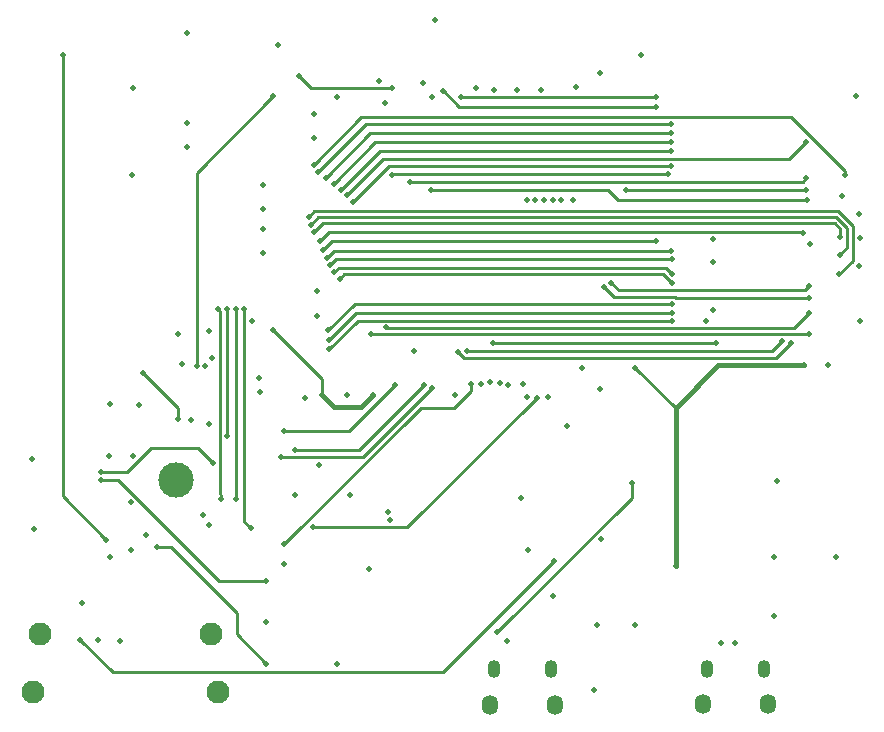
<source format=gbr>
%TF.GenerationSoftware,KiCad,Pcbnew,(5.1.6)-1*%
%TF.CreationDate,2020-12-19T20:46:54-03:30*%
%TF.ProjectId,graphics-card-rev-2,67726170-6869-4637-932d-636172642d72,rev?*%
%TF.SameCoordinates,Original*%
%TF.FileFunction,Copper,L3,Inr*%
%TF.FilePolarity,Positive*%
%FSLAX46Y46*%
G04 Gerber Fmt 4.6, Leading zero omitted, Abs format (unit mm)*
G04 Created by KiCad (PCBNEW (5.1.6)-1) date 2020-12-19 20:46:54*
%MOMM*%
%LPD*%
G01*
G04 APERTURE LIST*
%TA.AperFunction,ViaPad*%
%ADD10O,1.350000X1.700000*%
%TD*%
%TA.AperFunction,ViaPad*%
%ADD11O,1.100000X1.500000*%
%TD*%
%TA.AperFunction,ViaPad*%
%ADD12C,1.950000*%
%TD*%
%TA.AperFunction,ViaPad*%
%ADD13C,0.500000*%
%TD*%
%TA.AperFunction,ViaPad*%
%ADD14C,3.000000*%
%TD*%
%TA.AperFunction,Conductor*%
%ADD15C,0.250000*%
%TD*%
%TA.AperFunction,Conductor*%
%ADD16C,0.400000*%
%TD*%
G04 APERTURE END LIST*
D10*
%TO.N,GND*%
%TO.C,J1*%
X103670000Y-165715000D03*
X98210000Y-165715000D03*
D11*
X103360000Y-162715000D03*
X98520000Y-162715000D03*
%TD*%
%TO.N,GND*%
%TO.C,J2*%
X116555000Y-162707000D03*
X121395000Y-162707000D03*
D10*
X116245000Y-165707000D03*
X121705000Y-165707000D03*
%TD*%
D12*
%TO.N,GND*%
%TO.C,J3*%
X60060000Y-159766000D03*
X74560000Y-159766000D03*
X59460000Y-164666000D03*
X75160000Y-164666000D03*
%TD*%
D13*
%TO.N,GND*%
X117094000Y-128270000D03*
D14*
X71628000Y-146685000D03*
D13*
X67818000Y-152654000D03*
X80264000Y-109873000D03*
X83566000Y-132851000D03*
X107500000Y-139000000D03*
X64973914Y-160223914D03*
X66875000Y-160375000D03*
X110500000Y-159000000D03*
X85250000Y-162250000D03*
X87950000Y-154250000D03*
X79250000Y-158750000D03*
X59436000Y-144916000D03*
X97000000Y-113500000D03*
X111000000Y-110750000D03*
X105250000Y-123000000D03*
X125250000Y-126750000D03*
X129480000Y-126253000D03*
X101400000Y-152600000D03*
X107600000Y-151700000D03*
X103525000Y-156500000D03*
X78045000Y-133250000D03*
X68000000Y-113500000D03*
X67900000Y-120900000D03*
X122500000Y-146750000D03*
X122250000Y-158250000D03*
X122250000Y-153250000D03*
X86050000Y-139500000D03*
X93500000Y-107750000D03*
X93250000Y-114250000D03*
X78750000Y-139250000D03*
X71755000Y-134348000D03*
X91750000Y-135750000D03*
X79000000Y-125475000D03*
X79000000Y-121720702D03*
X116500000Y-133250000D03*
X83312000Y-115688000D03*
X126800000Y-137000000D03*
X83693000Y-145415000D03*
X98230000Y-138430000D03*
X104750000Y-142100000D03*
%TO.N,+3V3*%
X117094000Y-132334000D03*
X117094000Y-126305000D03*
X106000000Y-137250000D03*
X101000000Y-138550000D03*
X79823000Y-134000000D03*
X85250000Y-114250000D03*
X92500000Y-113109497D03*
X107500000Y-112275000D03*
X100500000Y-113700000D03*
X102500000Y-113700000D03*
X98500000Y-113700000D03*
X89281000Y-114808000D03*
X79000000Y-123750000D03*
X72500000Y-118550000D03*
X100823000Y-148242000D03*
X88250000Y-139500000D03*
X84000000Y-139500000D03*
X79000000Y-127525000D03*
X95250000Y-139500000D03*
X113900000Y-154000000D03*
X110500000Y-137250000D03*
X124750000Y-137000000D03*
X129500000Y-133250000D03*
X129420001Y-128549588D03*
X129420001Y-124224000D03*
X129159000Y-114164000D03*
X107000000Y-164500000D03*
X59563000Y-150858000D03*
X86374978Y-148000000D03*
X99029990Y-138531590D03*
%TO.N,/USB_VIN*%
X99640000Y-160360000D03*
X107225000Y-159000000D03*
%TO.N,+1V2*%
X110200000Y-147000000D03*
X98800000Y-159600000D03*
%TO.N,/CVCC12_SII*%
X68834000Y-137668000D03*
X74422000Y-134112000D03*
X79250000Y-155250000D03*
X65281587Y-146718413D03*
X71750000Y-141533978D03*
X81700000Y-148000000D03*
%TO.N,/IOVCC_SII*%
X82500000Y-139750000D03*
X78620001Y-138030499D03*
X72103010Y-136853010D03*
X65250000Y-146000000D03*
X74750000Y-145250000D03*
%TO.N,/AVCC_SII*%
X69977000Y-152409000D03*
X79250000Y-162275000D03*
%TO.N,+5V*%
X63500000Y-160250000D03*
X103600000Y-153600000D03*
%TO.N,/~RESET*%
X88805000Y-112963000D03*
X65687039Y-151790150D03*
X72500000Y-108859000D03*
X127500000Y-153250000D03*
X62000000Y-110750000D03*
%TO.N,/USB_D+*%
X117750000Y-160500000D03*
X118975010Y-160524990D03*
%TO.N,/CSDA*%
X102739994Y-123003010D03*
X73914000Y-149635012D03*
X89589413Y-149389413D03*
%TO.N,/CSCL*%
X103485379Y-122992191D03*
X74422000Y-150494992D03*
X89681999Y-150110000D03*
%TO.N,/DSDA*%
X65913000Y-144653000D03*
%TO.N,/DSCL*%
X67945000Y-144653000D03*
%TO.N,/HSYNC*%
X66000000Y-140250000D03*
X99730000Y-138670004D03*
%TO.N,/IDCK*%
X68500000Y-140335000D03*
X97400000Y-138600000D03*
%TO.N,/DE*%
X82042000Y-112522000D03*
X89916000Y-113538000D03*
%TO.N,/B_CB_7*%
X101283895Y-123000000D03*
X74676000Y-136398000D03*
%TO.N,/B_CB_6*%
X102039991Y-123003010D03*
X74059411Y-137092990D03*
%TO.N,/B_CB_5*%
X79845999Y-114210001D03*
X73359398Y-137092990D03*
%TO.N,/B_CB_4*%
X103124000Y-139700016D03*
X74422000Y-141986000D03*
%TO.N,/B_CB_3*%
X72898000Y-141588213D03*
X101346000Y-139700000D03*
%TO.N,/HPD*%
X63627000Y-157099000D03*
X80772000Y-153797000D03*
%TO.N,/R_CR_7*%
X80772000Y-152146000D03*
X96604501Y-138604495D03*
%TO.N,/R_CR_6*%
X77978000Y-150809000D03*
X77399994Y-132200000D03*
%TO.N,/R_CR_5*%
X102133587Y-139725587D03*
X83224990Y-150685000D03*
%TO.N,/R_CR_4*%
X75438000Y-148336000D03*
X75200339Y-132222633D03*
%TO.N,/R_CR_3*%
X76707997Y-148336003D03*
X76699987Y-132199993D03*
%TO.N,/G_Y_7*%
X93285702Y-138938000D03*
X80518000Y-144780000D03*
%TO.N,/G_Y_6*%
X92583000Y-138684000D03*
X81661000Y-144144996D03*
%TO.N,/G_Y_3*%
X90170000Y-138684000D03*
X80751911Y-142589901D03*
%TO.N,/G_Y_2*%
X75946000Y-143002000D03*
X75900350Y-132222505D03*
%TO.N,/RAM_A4*%
X112268000Y-114299990D03*
X95750000Y-114250000D03*
%TO.N,/RAM_A5*%
X112242408Y-115087596D03*
X94234000Y-113792000D03*
%TO.N,/~RAM_CS*%
X124968000Y-121158000D03*
X91406500Y-121445500D03*
%TO.N,/RAM_CKE*%
X113284000Y-120836990D03*
X89916000Y-120904000D03*
%TO.N,/~RAM_WE*%
X124992017Y-122963170D03*
X93218005Y-122173995D03*
%TO.N,/~RAM_RAS*%
X83252802Y-120053823D03*
X128224979Y-120904000D03*
%TO.N,/RAM_A6*%
X113538000Y-116586000D03*
X83642977Y-120635000D03*
%TO.N,/RAM_A7*%
X113538000Y-117348000D03*
X84263946Y-121135000D03*
%TO.N,/RAM_A8*%
X113538000Y-118110000D03*
X84963949Y-121635000D03*
%TO.N,/RAM_A9*%
X113538000Y-118872000D03*
X85603468Y-122127673D03*
%TO.N,/RAM_A10*%
X124968000Y-118110000D03*
X86106000Y-122614990D03*
%TO.N,/RAM_D4*%
X82835750Y-124423187D03*
X127762008Y-129286000D03*
%TO.N,/RAM_D5*%
X82998950Y-125103899D03*
X127787000Y-127660000D03*
%TO.N,/RAM_D6*%
X83312000Y-125730000D03*
X127859016Y-126111000D03*
%TO.N,/RAM_D7*%
X83820000Y-126492000D03*
X124714000Y-125797010D03*
%TO.N,/RAM_D8*%
X84074016Y-127254000D03*
X112250000Y-126500000D03*
%TO.N,/RAM_D9*%
X84387055Y-127880110D03*
X113547921Y-127286245D03*
%TO.N,/RAM_D10*%
X84680898Y-128515463D03*
X113603655Y-127984035D03*
%TO.N,/RAM_D11*%
X85022206Y-129126630D03*
X113580582Y-129240265D03*
%TO.N,/RAM_D12*%
X85450772Y-129680116D03*
X113575010Y-130047881D03*
%TO.N,/RAM_D13*%
X84511912Y-134041912D03*
X113575065Y-131821315D03*
%TO.N,/RAM_D14*%
X84525415Y-134879412D03*
X113575065Y-132582977D03*
%TO.N,/RAM_D15*%
X84582000Y-135636000D03*
X113575065Y-133282990D03*
%TO.N,/RAM_D0*%
X125222000Y-134366000D03*
X88138000Y-134366000D03*
%TO.N,/RAM_D1*%
X125222000Y-132588000D03*
X89408000Y-133790990D03*
%TO.N,/RAM_BA0*%
X95504000Y-135890000D03*
X123698000Y-135128000D03*
%TO.N,/RAM_BA1*%
X122936000Y-134941000D03*
X96281330Y-135822990D03*
%TO.N,/RAM_CLK*%
X117348000Y-135128000D03*
X98472014Y-135128000D03*
%TO.N,/RAM_D2*%
X125222000Y-131318000D03*
X107842914Y-130382194D03*
%TO.N,/RAM_D3*%
X125222000Y-130302000D03*
X108458000Y-130000000D03*
%TO.N,/~RAM_CAS*%
X124968000Y-122174000D03*
X109727997Y-122174003D03*
%TO.N,/INT_SII*%
X104206589Y-123003010D03*
X69088000Y-151384000D03*
%TO.N,/RAM_NBL0*%
X128016000Y-122682000D03*
X105429113Y-113451257D03*
%TO.N,/RAM_A11*%
X86614000Y-123190000D03*
X113538000Y-120142006D03*
%TO.N,/~USR_BTN*%
X83294000Y-117729000D03*
X72495000Y-116495000D03*
%TO.N,Net-(R6-Pad1)*%
X67797406Y-148610594D03*
%TO.N,Net-(R18-Pad1)*%
X65994717Y-153229010D03*
%TO.N,Net-(C52-Pad1)*%
X83500000Y-130725000D03*
%TD*%
D15*
%TO.N,+3V3*%
X84000000Y-138177000D02*
X79823000Y-134000000D01*
X84000000Y-139500000D02*
X84000000Y-138177000D01*
X113900000Y-140650000D02*
X110500000Y-137250000D01*
X117500000Y-137000000D02*
X124750000Y-137000000D01*
D16*
X113900000Y-154000000D02*
X113900000Y-140650000D01*
X113900000Y-140600000D02*
X117500000Y-137000000D01*
X113900000Y-140650000D02*
X113900000Y-140600000D01*
X124750000Y-137000000D02*
X117576990Y-137000000D01*
X87674999Y-140075001D02*
X88250000Y-139500000D01*
X87250000Y-140500000D02*
X87674999Y-140075001D01*
X84000000Y-139500000D02*
X85000000Y-140500000D01*
X85000000Y-140500000D02*
X87250000Y-140500000D01*
D15*
%TO.N,+1V2*%
X110200000Y-148200000D02*
X98800000Y-159600000D01*
X110200000Y-147000000D02*
X110200000Y-148200000D01*
%TO.N,/CVCC12_SII*%
X66718413Y-146718413D02*
X65281587Y-146718413D01*
X79250000Y-155250000D02*
X75250000Y-155250000D01*
X75250000Y-155250000D02*
X66718413Y-146718413D01*
X71750000Y-140584000D02*
X68834000Y-137668000D01*
X71750000Y-141533978D02*
X71750000Y-140584000D01*
%TO.N,/IOVCC_SII*%
X69449002Y-144000000D02*
X73500000Y-144000000D01*
X67449002Y-146000000D02*
X69449002Y-144000000D01*
X73500000Y-144000000D02*
X74750000Y-145250000D01*
X65250000Y-146000000D02*
X67449002Y-146000000D01*
%TO.N,/AVCC_SII*%
X76750000Y-159750000D02*
X79250000Y-162250000D01*
X76750000Y-158000000D02*
X76750000Y-159750000D01*
X79250000Y-162250000D02*
X79250000Y-162275000D01*
X69977000Y-152409000D02*
X71159000Y-152409000D01*
X71159000Y-152409000D02*
X76750000Y-158000000D01*
%TO.N,+5V*%
X94200000Y-163000000D02*
X103600000Y-153600000D01*
X63500000Y-160250000D02*
X66250000Y-163000000D01*
X66250000Y-163000000D02*
X94200000Y-163000000D01*
%TO.N,/~RESET*%
X65687039Y-151790150D02*
X62000000Y-148103111D01*
X62000000Y-148103111D02*
X62000000Y-110750000D01*
%TO.N,/DE*%
X83058000Y-113538000D02*
X89916000Y-113538000D01*
X82042000Y-112522000D02*
X83058000Y-113538000D01*
%TO.N,/B_CB_5*%
X79845999Y-114210001D02*
X73359398Y-120696602D01*
X73359398Y-120696602D02*
X73359398Y-137092990D01*
%TO.N,/R_CR_7*%
X92318000Y-140600000D02*
X95153553Y-140600000D01*
X96604501Y-139149052D02*
X96604501Y-138604495D01*
X95153553Y-140600000D02*
X96604501Y-139149052D01*
X80772000Y-152146000D02*
X92318000Y-140600000D01*
%TO.N,/R_CR_6*%
X77978000Y-150809000D02*
X77399994Y-150230994D01*
X77399994Y-150230994D02*
X77399994Y-132200000D01*
%TO.N,/R_CR_5*%
X91174174Y-150685000D02*
X83224990Y-150685000D01*
X102133587Y-139725587D02*
X91174174Y-150685000D01*
%TO.N,/R_CR_4*%
X75438000Y-147982447D02*
X75335911Y-147880358D01*
X75335911Y-147880358D02*
X75335911Y-132358205D01*
X75335911Y-132358205D02*
X75200339Y-132222633D01*
X75438000Y-148336000D02*
X75438000Y-147982447D01*
%TO.N,/R_CR_3*%
X76707997Y-132208003D02*
X76699987Y-132199993D01*
X76707997Y-148336003D02*
X76707997Y-132208003D01*
%TO.N,/G_Y_7*%
X80518000Y-144780000D02*
X87443702Y-144780000D01*
X87443702Y-144780000D02*
X93285702Y-138938000D01*
%TO.N,/G_Y_6*%
X92583000Y-138684000D02*
X87122004Y-144144996D01*
X87122004Y-144144996D02*
X81661000Y-144144996D01*
%TO.N,/G_Y_3*%
X86614000Y-142240000D02*
X90170000Y-138684000D01*
X80751911Y-142589901D02*
X86264099Y-142589901D01*
X86264099Y-142589901D02*
X86614000Y-142240000D01*
%TO.N,/G_Y_2*%
X75946000Y-143002000D02*
X75946000Y-132268155D01*
X75946000Y-132268155D02*
X75900350Y-132222505D01*
%TO.N,/RAM_A4*%
X112268000Y-114299990D02*
X95799990Y-114299990D01*
X95799990Y-114299990D02*
X95750000Y-114250000D01*
%TO.N,/RAM_A5*%
X94292000Y-113792000D02*
X94234000Y-113792000D01*
X112242408Y-115087596D02*
X95587596Y-115087596D01*
X95587596Y-115087596D02*
X94292000Y-113792000D01*
%TO.N,/~RAM_CS*%
X124680500Y-121445500D02*
X91406500Y-121445500D01*
X124968000Y-121158000D02*
X124680500Y-121445500D01*
%TO.N,/RAM_CKE*%
X89983010Y-120836990D02*
X89916000Y-120904000D01*
X113284000Y-120836990D02*
X89983010Y-120836990D01*
%TO.N,/~RAM_WE*%
X108993170Y-122963170D02*
X108203995Y-122173995D01*
X108203995Y-122173995D02*
X93218005Y-122173995D01*
X124992017Y-122963170D02*
X108993170Y-122963170D01*
%TO.N,/~RAM_RAS*%
X128224979Y-120550447D02*
X128224979Y-120904000D01*
X123685531Y-116010999D02*
X128224979Y-120550447D01*
X87295626Y-116010999D02*
X123685531Y-116010999D01*
X83252802Y-120053823D02*
X87295626Y-116010999D01*
%TO.N,/RAM_A6*%
X87691977Y-116586000D02*
X113538000Y-116586000D01*
X83642977Y-120635000D02*
X87691977Y-116586000D01*
%TO.N,/RAM_A7*%
X88050946Y-117348000D02*
X84263946Y-121135000D01*
X113538000Y-117348000D02*
X88050946Y-117348000D01*
%TO.N,/RAM_A8*%
X88488949Y-118110000D02*
X113538000Y-118110000D01*
X84963949Y-121635000D02*
X88488949Y-118110000D01*
%TO.N,/RAM_A9*%
X113538000Y-118872000D02*
X88859141Y-118872000D01*
X88859141Y-118872000D02*
X85603468Y-122127673D01*
%TO.N,/RAM_A10*%
X124968000Y-118110000D02*
X123510995Y-119567005D01*
X123510995Y-119567005D02*
X89153985Y-119567005D01*
X89153985Y-119567005D02*
X86106000Y-122614990D01*
%TO.N,/RAM_D4*%
X128905000Y-125170672D02*
X128905000Y-128143008D01*
X83306937Y-123952000D02*
X127686328Y-123952000D01*
X127686328Y-123952000D02*
X128905000Y-125170672D01*
X128905000Y-128143008D02*
X127762008Y-129286000D01*
X82835750Y-124423187D02*
X83306937Y-123952000D01*
%TO.N,/RAM_D5*%
X83642849Y-124460000D02*
X127509411Y-124460000D01*
X128454989Y-125405578D02*
X128454989Y-126992011D01*
X128454989Y-126992011D02*
X127787000Y-127660000D01*
X82998950Y-125103899D02*
X83642849Y-124460000D01*
X127509411Y-124460000D02*
X128454989Y-125405578D01*
%TO.N,/RAM_D6*%
X127859016Y-125446016D02*
X127859016Y-126111000D01*
X127381000Y-124968000D02*
X127859016Y-125446016D01*
X84074000Y-124968000D02*
X127381000Y-124968000D01*
X83312000Y-125730000D02*
X84074000Y-124968000D01*
%TO.N,/RAM_D7*%
X124646990Y-125730000D02*
X124714000Y-125797010D01*
X83820000Y-126492000D02*
X84582000Y-125730000D01*
X84582000Y-125730000D02*
X124646990Y-125730000D01*
%TO.N,/RAM_D8*%
X84074016Y-127254000D02*
X84828016Y-126500000D01*
X84828016Y-126500000D02*
X112250000Y-126500000D01*
%TO.N,/RAM_D9*%
X84980920Y-127286245D02*
X113547921Y-127286245D01*
X84387055Y-127880110D02*
X84980920Y-127286245D01*
%TO.N,/RAM_D10*%
X113571690Y-128016000D02*
X113603655Y-127984035D01*
X84680898Y-128515463D02*
X85180361Y-128016000D01*
X85180361Y-128016000D02*
X113571690Y-128016000D01*
%TO.N,/RAM_D11*%
X113059894Y-128719577D02*
X113580582Y-129240265D01*
X85022206Y-129126630D02*
X85429259Y-128719577D01*
X85429259Y-128719577D02*
X113059894Y-128719577D01*
%TO.N,/RAM_D12*%
X85844893Y-129285995D02*
X112813124Y-129285995D01*
X85450772Y-129680116D02*
X85844893Y-129285995D01*
X112813124Y-129285995D02*
X113575010Y-130047881D01*
%TO.N,/RAM_D13*%
X86732509Y-131821315D02*
X113575065Y-131821315D01*
X84511912Y-134041912D02*
X86732509Y-131821315D01*
%TO.N,/RAM_D14*%
X84525415Y-134879412D02*
X86821850Y-132582977D01*
X86821850Y-132582977D02*
X113575065Y-132582977D01*
%TO.N,/RAM_D15*%
X113508064Y-133215989D02*
X113575065Y-133282990D01*
X87002011Y-133215989D02*
X113508064Y-133215989D01*
X84582000Y-135636000D02*
X87002011Y-133215989D01*
%TO.N,/RAM_D0*%
X125222000Y-134366000D02*
X88138000Y-134366000D01*
%TO.N,/RAM_D1*%
X89475010Y-133858000D02*
X89408000Y-133790990D01*
X123952000Y-133858000D02*
X89475010Y-133858000D01*
X125222000Y-132588000D02*
X123952000Y-133858000D01*
%TO.N,/RAM_BA0*%
X122428000Y-136398000D02*
X123698000Y-135128000D01*
X95504000Y-135890000D02*
X96012000Y-136398000D01*
X96012000Y-136398000D02*
X122428000Y-136398000D01*
%TO.N,/RAM_BA1*%
X122936000Y-134941000D02*
X122054010Y-135822990D01*
X122054010Y-135822990D02*
X96281330Y-135822990D01*
%TO.N,/RAM_CLK*%
X117348000Y-135128000D02*
X98472014Y-135128000D01*
%TO.N,/RAM_D2*%
X108707033Y-131246313D02*
X108092913Y-130632193D01*
X108092913Y-130632193D02*
X107842914Y-130382194D01*
X113903235Y-131318000D02*
X113831548Y-131246313D01*
X113831548Y-131246313D02*
X108707033Y-131246313D01*
X125222000Y-131318000D02*
X113903235Y-131318000D01*
%TO.N,/RAM_D3*%
X125222000Y-130302000D02*
X124900999Y-130623001D01*
X124900999Y-130623001D02*
X109081001Y-130623001D01*
X109081001Y-130623001D02*
X108458000Y-130000000D01*
%TO.N,/~RAM_CAS*%
X124968000Y-122174000D02*
X109728000Y-122174000D01*
X109728000Y-122174000D02*
X109727997Y-122174003D01*
%TO.N,/RAM_A11*%
X89661994Y-120142006D02*
X86614000Y-123190000D01*
X113538000Y-120142006D02*
X89661994Y-120142006D01*
%TD*%
M02*

</source>
